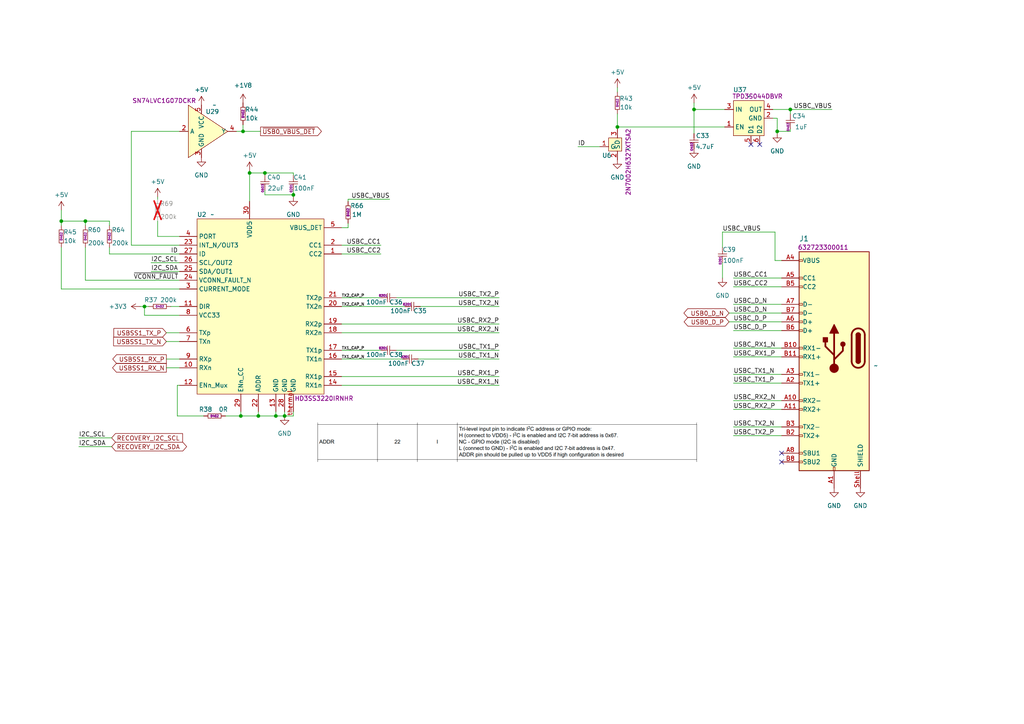
<source format=kicad_sch>
(kicad_sch (version 20230121) (generator eeschema)
  (paper "A4")
  (lib_symbols
    (symbol "antmicro_orin_baseboard:WE_632723300011_alt_symbol" (pin_names (offset 1.016))
      (property "Reference" "J" (at -10.16 29.21 0))
      (property "Value" "WE_632723300011_alt_symbol" (at -1.27 29.21 0))
      (symbol "WE_632723300011_alt_symbol_1_1"
        (rectangle (start -10.16 27.94) (end 10.16 -35.56) (stroke (width 0.254)) (fill (type background)))
        (arc (start -8.89 -3.81) (mid -6.985 -5.7067) (end -5.08 -3.81) (stroke (width 0.508)))
        (arc (start -7.62 -3.81) (mid -6.985 -4.4423) (end -6.35 -3.81) (stroke (width 0.254)))
        (arc (start -7.62 -3.81) (mid -6.985 -4.4423) (end -6.35 -3.81) (stroke (width 0.254)) (fill (type outline)))
        (rectangle (start -7.62 -3.81) (end -6.35 3.81) (stroke (width 0.254)) (fill (type outline)))
        (arc (start -6.35 3.81) (mid -6.985 4.4423) (end -7.62 3.81) (stroke (width 0.254)))
        (arc (start -6.35 3.81) (mid -6.985 4.4423) (end -7.62 3.81) (stroke (width 0.254)) (fill (type outline)))
        (arc (start -5.08 3.81) (mid -6.985 5.7067) (end -8.89 3.81) (stroke (width 0.508)))
        (circle (center -2.54 1.143) (radius 0.635) (stroke (width 0.254)) (fill (type outline)))
        (rectangle (start -0.254 -35.56) (end 0.254 -34.544))
        (circle (center 0 -5.842) (radius 1.27) (fill (type outline)))
        (polyline (pts (xy -8.89 -3.81) (xy -8.89 3.81)) (stroke (width 0.508)))
        (polyline (pts (xy -5.08 3.81) (xy -5.08 -3.81)) (stroke (width 0.508)))
        (polyline (pts (xy 0 -5.842) (xy 0 4.318)) (stroke (width 0.508)))
        (polyline (pts (xy 0 -3.302) (xy -2.54 -0.762) (xy -2.54 0.508)) (stroke (width 0.508)))
        (polyline (pts (xy 0 -2.032) (xy 2.54 0.508) (xy 2.54 1.778)) (stroke (width 0.508)))
        (polyline (pts (xy -1.27 4.318) (xy 0 6.858) (xy 1.27 4.318) (xy -1.27 4.318)) (stroke (width 0.254)) (fill (type outline)))
        (rectangle (start 1.905 1.778) (end 3.175 3.048) (stroke (width 0.254)) (fill (type outline)))
        (rectangle (start 10.16 -32.766) (end 9.144 -33.274))
        (rectangle (start 10.16 -30.226) (end 9.144 -30.734))
        (rectangle (start 10.16 -25.146) (end 9.144 -25.654))
        (rectangle (start 10.16 -22.606) (end 9.144 -23.114))
        (rectangle (start 10.16 -17.526) (end 9.144 -18.034))
        (rectangle (start 10.16 -14.986) (end 9.144 -15.494))
        (rectangle (start 10.16 -9.906) (end 9.144 -10.414))
        (rectangle (start 10.16 -7.366) (end 9.144 -7.874))
        (rectangle (start 10.16 -2.286) (end 9.144 -2.794))
        (rectangle (start 10.16 0.254) (end 9.144 -0.254))
        (rectangle (start 10.16 5.334) (end 9.144 4.826))
        (rectangle (start 10.16 7.874) (end 9.144 7.366))
        (rectangle (start 10.16 10.414) (end 9.144 9.906))
        (rectangle (start 10.16 12.954) (end 9.144 12.446))
        (rectangle (start 10.16 18.034) (end 9.144 17.526))
        (rectangle (start 10.16 20.574) (end 9.144 20.066))
        (rectangle (start 10.16 25.654) (end 9.144 25.146))
        (pin passive line (at 0 -40.64 90) (length 5.08) (name "GND") (number "A1"))
        (pin bidirectional line (at 15.24 -15.24 180) (length 5.08) (name "RX2-") (number "A10"))
        (pin bidirectional line (at 15.24 -17.78 180) (length 5.08) (name "RX2+") (number "A11"))
        (pin passive line (at 0 -40.64 90) (length 5.08) hide (name "GND") (number "A12"))
        (pin bidirectional line (at 15.24 -10.16 180) (length 5.08) (name "TX1+") (number "A2"))
        (pin bidirectional line (at 15.24 -7.62 180) (length 5.08) (name "TX1-") (number "A3"))
        (pin passive line (at 15.24 25.4 180) (length 5.08) (name "VBUS") (number "A4"))
        (pin bidirectional line (at 15.24 20.32 180) (length 5.08) (name "CC1") (number "A5"))
        (pin bidirectional line (at 15.24 7.62 180) (length 5.08) (name "D+") (number "A6"))
        (pin bidirectional line (at 15.24 12.7 180) (length 5.08) (name "D-") (number "A7"))
        (pin bidirectional line (at 15.24 -30.48 180) (length 5.08) (name "SBU1") (number "A8"))
        (pin passive line (at 15.24 25.4 180) (length 5.08) hide (name "VBUS") (number "A9"))
        (pin passive line (at 0 -40.64 90) (length 5.08) hide (name "GND") (number "B1"))
        (pin bidirectional line (at 15.24 0 180) (length 5.08) (name "RX1-") (number "B10"))
        (pin bidirectional line (at 15.24 -2.54 180) (length 5.08) (name "RX1+") (number "B11"))
        (pin passive line (at 0 -40.64 90) (length 5.08) hide (name "GND") (number "B12"))
        (pin bidirectional line (at 15.24 -25.4 180) (length 5.08) (name "TX2+") (number "B2"))
        (pin bidirectional line (at 15.24 -22.86 180) (length 5.08) (name "TX2-") (number "B3"))
        (pin passive line (at 15.24 25.4 180) (length 5.08) hide (name "VBUS") (number "B4"))
        (pin bidirectional line (at 15.24 17.78 180) (length 5.08) (name "CC2") (number "B5"))
        (pin bidirectional line (at 15.24 5.08 180) (length 5.08) (name "D+") (number "B6"))
        (pin bidirectional line (at 15.24 10.16 180) (length 5.08) (name "D-") (number "B7"))
        (pin bidirectional line (at 15.24 -33.02 180) (length 5.08) (name "SBU2") (number "B8"))
        (pin passive line (at 15.24 25.4 180) (length 5.08) hide (name "VBUS") (number "B9"))
        (pin passive line (at -7.62 -40.64 90) (length 5.08) (name "SHIELD") (number "Shell"))
      )
    )
    (symbol "power:+1V8" (power) (pin_names (offset 0))
      (property "Value" "+1V8" (at 0 3.556 0))
      (symbol "+1V8_0_1"
        (polyline (pts (xy -0.762 1.27) (xy 0 2.54)))
        (polyline (pts (xy 0 0) (xy 0 2.54)))
        (polyline (pts (xy 0 2.54) (xy 0.762 1.27)))
      )
      (symbol "+1V8_1_1"
        (pin power_in line (at 0 0 90) (length 0) hide (name "+1V8") (number "1"))
      )
    )
    (symbol "power:+3V3" (power) (pin_names (offset 0))
      (property "Value" "+3V3" (at 0 3.556 0))
      (symbol "+3V3_0_1"
        (polyline (pts (xy -0.762 1.27) (xy 0 2.54)))
        (polyline (pts (xy 0 0) (xy 0 2.54)))
        (polyline (pts (xy 0 2.54) (xy 0.762 1.27)))
      )
      (symbol "+3V3_1_1"
        (pin power_in line (at 0 0 90) (length 0) hide (name "+3V3") (number "1"))
      )
    )
    (symbol "power:+5V" (power) (pin_names (offset 0))
      (property "Value" "+5V" (at 0 3.556 0))
      (symbol "+5V_0_1"
        (polyline (pts (xy -0.762 1.27) (xy 0 2.54)))
        (polyline (pts (xy 0 0) (xy 0 2.54)))
        (polyline (pts (xy 0 2.54) (xy 0.762 1.27)))
      )
      (symbol "+5V_1_1"
        (pin power_in line (at 0 0 90) (length 0) hide (name "+5V") (number "1"))
      )
    )
    (symbol "power:GND" (power) (pin_names (offset 0))
      (property "Value" "GND" (at 0 -3.81 0))
      (symbol "GND_0_1"
        (polyline (pts (xy 0 0) (xy 0 -1.27) (xy 1.27 -1.27) (xy 0 -2.54) (xy -1.27 -1.27) (xy 0 -1.27)))
      )
      (symbol "GND_1_1"
        (pin power_in line (at 0 0 270) (length 0) hide (name "GND") (number "1"))
      )
    )
    (symbol "the_backrooms:2N7002"
      (property "Reference" "U" (at 0 0 0))
      (property "Value" "2N7002" (at 0 0 0))
      (symbol "2N7002_1_1"
        (rectangle (start 1.27 -2.54) (end 5.08 -6.35) (fill (type background)))
        (pin free line (at 7.62 -5.08 180) (length 2.54) (name "G") (number "1"))
        (pin free line (at 2.54 -8.89 90) (length 2.54) (name "S") (number "2"))
        (pin free line (at 2.54 0 270) (length 2.54) (name "D") (number "3"))
      )
    )
    (symbol "the_backrooms:HD3SS3220IRNHR"
      (property "Reference" "U" (at 0 0 0))
      (property "Value" "HD3SS3220IRNHR" (at 0 0 0))
      (symbol "HD3SS3220IRNHR_1_1"
        (rectangle (start 0 -2.54) (end 36.83 -53.34) (fill (type background)))
        (pin bidirectional line (at 41.91 -12.7 180) (length 5.08) (name "CC2") (number "1"))
        (pin bidirectional line (at -5.08 -45.72 0) (length 5.08) (name "RXn") (number "10"))
        (pin output line (at -5.08 -27.94 0) (length 5.08) (name "DIR") (number "11"))
        (pin input line (at -5.08 -50.8 0) (length 5.08) (name "ENn_Mux") (number "12"))
        (pin power_in line (at 22.86 -58.42 90) (length 5.08) (name "GND") (number "13"))
        (pin bidirectional line (at 41.91 -50.8 180) (length 5.08) (name "RX1n") (number "14"))
        (pin bidirectional line (at 41.91 -48.26 180) (length 5.08) (name "RX1p") (number "15"))
        (pin bidirectional line (at 41.91 -43.18 180) (length 5.08) (name "TX1n") (number "16"))
        (pin bidirectional line (at 41.91 -40.64 180) (length 5.08) (name "TX1p") (number "17"))
        (pin bidirectional line (at 41.91 -35.56 180) (length 5.08) (name "RX2n") (number "18"))
        (pin bidirectional line (at 41.91 -33.02 180) (length 5.08) (name "RX2p") (number "19"))
        (pin bidirectional line (at 41.91 -10.16 180) (length 5.08) (name "CC1") (number "2"))
        (pin bidirectional line (at 41.91 -27.94 180) (length 5.08) (name "TX2n") (number "20"))
        (pin bidirectional line (at 41.91 -25.4 180) (length 5.08) (name "TX2p") (number "21"))
        (pin input line (at 17.78 -58.42 90) (length 5.08) (name "ADDR") (number "22"))
        (pin output line (at -5.08 -10.16 0) (length 5.08) (name "INT_N/OUT3") (number "23"))
        (pin output line (at -5.08 -20.32 0) (length 5.08) (name "VCONN_FAULT_N") (number "24"))
        (pin bidirectional line (at -5.08 -17.78 0) (length 5.08) (name "SDA/OUT1") (number "25"))
        (pin output line (at -5.08 -15.24 0) (length 5.08) (name "SCL/OUT2") (number "26"))
        (pin output line (at -5.08 -12.7 0) (length 5.08) (name "ID") (number "27"))
        (pin power_in line (at 25.4 -58.42 90) (length 5.08) (name "GND") (number "28"))
        (pin input line (at 12.7 -58.42 90) (length 5.08) (name "ENn_CC") (number "29"))
        (pin input line (at -5.08 -22.86 0) (length 5.08) (name "CURRENT_MODE") (number "3"))
        (pin power_in line (at 15.24 2.54 270) (length 5.08) (name "VDD5") (number "30"))
        (pin input line (at -5.08 -7.62 0) (length 5.08) (name "PORT") (number "4"))
        (pin input line (at 41.91 -5.08 180) (length 5.08) (name "VBUS_DET") (number "5"))
        (pin bidirectional line (at -5.08 -35.56 0) (length 5.08) (name "TXp") (number "6"))
        (pin bidirectional line (at -5.08 -38.1 0) (length 5.08) (name "TXn") (number "7"))
        (pin power_in line (at -5.08 -30.48 0) (length 5.08) (name "VCC33") (number "8"))
        (pin bidirectional line (at -5.08 -43.18 0) (length 5.08) (name "RXp") (number "9"))
        (pin power_in line (at 27.94 -58.42 90) (length 5.08) (name "GND") (number "thermal"))
      )
    )
    (symbol "the_backrooms:SN74LVC1G07"
      (property "Reference" "U" (at 0 0 0))
      (symbol "SN74LVC1G07_1_1"
        (polyline (pts (xy -3.81 -7.62) (xy 3.81 -2.54) (xy 7.62 0) (xy 7.62 -15.24) (xy -3.81 -7.62)) (fill (type background)))
        (pin input line (at 10.16 -7.62 180) (length 2.54) (name "A") (number "2"))
        (pin power_in line (at 3.81 -15.24 90) (length 2.54) (name "GND") (number "3"))
        (pin output line (at -6.35 -7.62 0) (length 2.54) (name "Y") (number "4"))
        (pin power_in line (at 3.81 0 270) (length 2.54) (name "VCC") (number "5"))
      )
    )
    (symbol "the_backrooms:TPD3S044"
      (property "Reference" "U" (at 0 0 0))
      (property "Value" "TPD3S044" (at 0 0 0))
      (symbol "TPD3S044_1_1"
        (rectangle (start 2.54 0) (end 11.43 -10.16) (fill (type background)))
        (pin input line (at 0 -7.62 0) (length 2.54) (name "EN") (number "1"))
        (pin power_in line (at 13.97 -5.08 180) (length 2.54) (name "GND") (number "2"))
        (pin power_in line (at 0 -2.54 0) (length 2.54) (name "IN") (number "3"))
        (pin power_out line (at 13.97 -2.54 180) (length 2.54) (name "OUT") (number "4"))
        (pin free line (at 7.62 -12.7 90) (length 2.54) (name "D1") (number "5"))
        (pin free line (at 10.16 -12.7 90) (length 2.54) (name "D2") (number "6"))
      )
    )
    (symbol "the_backrooms:cap_0201"
      (property "Reference" "C" (at -0.635 0 0))
      (property "Package/Case" "0201" (at -1.27 1.27 0))
      (symbol "cap_0201_0_1"
        (polyline (pts (xy 1.905 0) (xy 1.905 -1.27)))
        (polyline (pts (xy 2.54 1.27) (xy 2.54 -1.27)))
        (polyline (pts (xy 3.175 0) (xy 2.54 0)))
        (polyline (pts (xy 1.27 0) (xy 1.905 0) (xy 1.905 1.27)))
      )
      (symbol "cap_0201_1_1"
        (pin free line (at 0 0 0) (length 1.27) (name "") (number "1"))
        (pin free line (at 4.445 0 180) (length 1.27) (name "") (number "2"))
      )
    )
    (symbol "the_backrooms:cap_0402"
      (property "Reference" "C" (at -0.635 0 0))
      (property "Package/Case" "0402" (at -1.27 1.27 0))
      (symbol "cap_0402_0_1"
        (polyline (pts (xy 1.905 0) (xy 1.905 -1.27)))
        (polyline (pts (xy 2.54 1.27) (xy 2.54 -1.27)))
        (polyline (pts (xy 3.175 0) (xy 2.54 0)))
        (polyline (pts (xy 1.27 0) (xy 1.905 0) (xy 1.905 1.27)))
      )
      (symbol "cap_0402_1_1"
        (pin free line (at 0 0 0) (length 1.27) (name "") (number "1"))
        (pin free line (at 4.445 0 180) (length 1.27) (name "") (number "2"))
      )
    )
    (symbol "the_backrooms:cap_0603"
      (property "Reference" "C" (at 0 0 0))
      (property "Package/Case" "0603" (at 0 0 0))
      (symbol "cap_0603_0_1"
        (polyline (pts (xy 1.905 0) (xy 1.905 -1.27)))
        (polyline (pts (xy 2.54 1.27) (xy 2.54 -1.27)))
        (polyline (pts (xy 3.175 0) (xy 2.54 0)))
        (polyline (pts (xy 1.27 0) (xy 1.905 0) (xy 1.905 1.27)))
      )
      (symbol "cap_0603_1_1"
        (pin free line (at 0 0 0) (length 1.27) (name "") (number "1"))
        (pin free line (at 4.445 0 180) (length 1.27) (name "") (number "2"))
      )
    )
    (symbol "the_backrooms:res_0402"
      (property "Reference" "R" (at 3.175 -1.905 0))
      (property "Package/Case" "0402" (at -3.175 1.905 0))
      (symbol "res_0402_0_1"
        (rectangle (start 1.27 0.635) (end 5.08 -0.635))
      )
      (symbol "res_0402_1_1"
        (pin free line (at 0 0 0) (length 1.27) (name "") (number "1"))
        (pin free line (at 6.35 0 180) (length 1.27) (name "") (number "2"))
      )
    )
  )
  (junction (at 74.93 120.65))
  (junction (at 179.07 36.83))
  (junction (at 201.295 31.75))
  (junction (at 225.425 38.1))
  (junction (at 70.485 38.1))
  (junction (at 82.55 120.65))
  (junction (at 72.39 50.165))
  (junction (at 85.09 56.515))
  (junction (at 69.85 120.65))
  (junction (at 76.835 50.165))
  (junction (at 41.91 88.9))
  (junction (at 24.765 64.135))
  (junction (at 229.235 31.75))
  (junction (at 17.78 64.135))
  (junction (at 80.01 120.65))
  (no_connect (at 217.805 41.91))
  (no_connect (at 226.695 131.445))
  (no_connect (at 220.345 41.91))
  (no_connect (at 226.695 133.985))
  (wire (pts (xy 22.86 127) (xy 32.385 127)))
  (wire (pts (xy 224.79 67.31) (xy 224.79 75.565)))
  (wire (pts (xy 48.26 104.14) (xy 52.07 104.14)))
  (wire (pts (xy 45.72 68.58) (xy 52.07 68.58)))
  (wire (pts (xy 99.06 66.04) (xy 100.965 66.04)))
  (wire (pts (xy 85.09 119.38) (xy 85.09 120.65)))
  (wire (pts (xy 99.06 93.98) (xy 144.78 93.98)))
  (wire (pts (xy 17.78 71.755) (xy 17.78 83.82)))
  (wire (pts (xy 179.07 37.465) (xy 179.07 36.83)))
  (wire (pts (xy 144.78 111.76) (xy 99.06 111.76)))
  (wire (pts (xy 65.405 120.65) (xy 69.85 120.65)))
  (wire (pts (xy 212.725 123.825) (xy 226.695 123.825)))
  (wire (pts (xy 224.79 75.565) (xy 226.695 75.565)))
  (wire (pts (xy 24.765 65.405) (xy 24.765 64.135)))
  (wire (pts (xy 99.06 104.14) (xy 116.84 104.14)))
  (wire (pts (xy 201.295 31.75) (xy 201.295 38.735)))
  (wire (pts (xy 211.455 90.805) (xy 226.695 90.805)))
  (wire (pts (xy 179.07 25.4) (xy 179.07 26.67)))
  (wire (pts (xy 17.78 83.82) (xy 52.07 83.82)))
  (wire (pts (xy 85.09 120.65) (xy 82.55 120.65)))
  (wire (pts (xy 70.485 36.195) (xy 70.485 38.1)))
  (wire (pts (xy 43.815 76.2) (xy 52.07 76.2)))
  (wire (pts (xy 48.26 106.68) (xy 52.07 106.68)))
  (wire (pts (xy 82.55 120.65) (xy 82.55 119.38)))
  (wire (pts (xy 114.935 86.36) (xy 144.78 86.36)))
  (wire (pts (xy 51.435 111.76) (xy 51.435 120.65)))
  (wire (pts (xy 229.235 31.75) (xy 229.235 33.02)))
  (wire (pts (xy 51.435 120.65) (xy 59.055 120.65)))
  (wire (pts (xy 201.295 29.845) (xy 201.295 31.75)))
  (wire (pts (xy 212.725 95.885) (xy 226.695 95.885)))
  (wire (pts (xy 24.765 81.28) (xy 24.765 71.755)))
  (wire (pts (xy 70.485 38.1) (xy 75.565 38.1)))
  (wire (pts (xy 229.235 31.75) (xy 241.3 31.75)))
  (wire (pts (xy 212.725 116.205) (xy 226.695 116.205)))
  (wire (pts (xy 144.78 109.22) (xy 99.06 109.22)))
  (wire (pts (xy 99.06 73.66) (xy 110.49 73.66)))
  (wire (pts (xy 17.78 64.135) (xy 17.78 65.405)))
  (wire (pts (xy 41.91 91.44) (xy 41.91 88.9)))
  (wire (pts (xy 179.07 36.83) (xy 210.185 36.83)))
  (wire (pts (xy 52.07 91.44) (xy 41.91 91.44)))
  (wire (pts (xy 224.155 34.29) (xy 225.425 34.29)))
  (wire (pts (xy 212.725 80.645) (xy 226.695 80.645)))
  (wire (pts (xy 17.78 60.96) (xy 17.78 64.135)))
  (wire (pts (xy 69.85 119.38) (xy 69.85 120.65)))
  (wire (pts (xy 52.07 71.12) (xy 38.1 71.12)))
  (wire (pts (xy 100.965 57.785) (xy 100.965 58.42)))
  (wire (pts (xy 68.58 38.1) (xy 70.485 38.1)))
  (wire (pts (xy 225.425 34.29) (xy 225.425 38.1)))
  (wire (pts (xy 69.85 120.65) (xy 74.93 120.65)))
  (wire (pts (xy 99.06 88.9) (xy 117.475 88.9)))
  (wire (pts (xy 38.1 38.1) (xy 52.07 38.1)))
  (wire (pts (xy 99.06 96.52) (xy 144.78 96.52)))
  (wire (pts (xy 45.72 57.15) (xy 45.72 57.785)))
  (wire (pts (xy 212.725 126.365) (xy 226.695 126.365)))
  (wire (pts (xy 48.26 99.06) (xy 52.07 99.06)))
  (wire (pts (xy 209.55 67.31) (xy 224.79 67.31)))
  (wire (pts (xy 224.155 31.75) (xy 229.235 31.75)))
  (wire (pts (xy 209.55 76.2) (xy 209.55 80.645)))
  (wire (pts (xy 209.55 67.31) (xy 209.55 71.755)))
  (wire (pts (xy 45.72 64.135) (xy 45.72 68.58)))
  (wire (pts (xy 229.235 38.1) (xy 229.235 37.465)))
  (wire (pts (xy 76.835 50.165) (xy 85.09 50.165)))
  (wire (pts (xy 38.1 38.1) (xy 38.1 71.12)))
  (wire (pts (xy 212.725 100.965) (xy 226.695 100.965)))
  (wire (pts (xy 80.01 119.38) (xy 80.01 120.65)))
  (wire (pts (xy 100.965 57.785) (xy 113.03 57.785)))
  (wire (pts (xy 212.725 88.265) (xy 226.695 88.265)))
  (wire (pts (xy 72.39 50.165) (xy 72.39 58.42)))
  (wire (pts (xy 212.725 103.505) (xy 226.695 103.505)))
  (wire (pts (xy 24.765 64.135) (xy 31.75 64.135)))
  (wire (pts (xy 24.765 81.28) (xy 52.07 81.28)))
  (wire (pts (xy 43.815 78.74) (xy 52.07 78.74)))
  (wire (pts (xy 114.935 101.6) (xy 144.78 101.6)))
  (wire (pts (xy 226.695 83.185) (xy 212.725 83.185)))
  (wire (pts (xy 121.285 104.14) (xy 144.78 104.14)))
  (wire (pts (xy 211.455 93.345) (xy 226.695 93.345)))
  (wire (pts (xy 74.93 119.38) (xy 74.93 120.65)))
  (wire (pts (xy 49.53 88.9) (xy 52.07 88.9)))
  (wire (pts (xy 72.39 49.53) (xy 72.39 50.165)))
  (wire (pts (xy 225.425 38.1) (xy 229.235 38.1)))
  (wire (pts (xy 212.725 108.585) (xy 226.695 108.585)))
  (wire (pts (xy 31.75 73.66) (xy 31.75 71.755)))
  (wire (pts (xy 212.725 118.745) (xy 226.695 118.745)))
  (wire (pts (xy 212.725 111.125) (xy 226.695 111.125)))
  (wire (pts (xy 100.965 64.77) (xy 100.965 66.04)))
  (wire (pts (xy 201.295 31.75) (xy 210.185 31.75)))
  (wire (pts (xy 31.75 64.135) (xy 31.75 65.405)))
  (wire (pts (xy 99.06 101.6) (xy 110.49 101.6)))
  (wire (pts (xy 179.07 33.02) (xy 179.07 36.83)))
  (wire (pts (xy 76.835 56.515) (xy 85.09 56.515)))
  (wire (pts (xy 85.09 50.8) (xy 85.09 50.165)))
  (wire (pts (xy 76.835 50.165) (xy 76.835 50.8)))
  (wire (pts (xy 52.07 111.76) (xy 51.435 111.76)))
  (wire (pts (xy 121.92 88.9) (xy 144.78 88.9)))
  (wire (pts (xy 22.86 129.54) (xy 32.385 129.54)))
  (wire (pts (xy 85.09 56.515) (xy 85.09 57.15)))
  (wire (pts (xy 72.39 50.165) (xy 76.835 50.165)))
  (wire (pts (xy 74.93 120.65) (xy 80.01 120.65)))
  (wire (pts (xy 225.425 38.1) (xy 225.425 38.735)))
  (wire (pts (xy 24.765 64.135) (xy 17.78 64.135)))
  (wire (pts (xy 48.26 96.52) (xy 52.07 96.52)))
  (wire (pts (xy 41.91 88.9) (xy 43.18 88.9)))
  (wire (pts (xy 40.64 88.9) (xy 41.91 88.9)))
  (wire (pts (xy 85.09 55.245) (xy 85.09 56.515)))
  (wire (pts (xy 99.06 86.36) (xy 110.49 86.36)))
  (wire (pts (xy 76.835 55.245) (xy 76.835 56.515)))
  (wire (pts (xy 31.75 73.66) (xy 52.07 73.66)))
  (wire (pts (xy 99.06 71.12) (xy 110.49 71.12)))
  (wire (pts (xy 80.01 120.65) (xy 82.55 120.65)))
  (wire (pts (xy 167.64 42.545) (xy 173.99 42.545)))
  (image (at 147.32 128.27))
  (label "USBC_RX2_P" (at 212.725 118.745 0))
  (label "USBC_RX2_N" (at 212.725 116.205 0))
  (label "~{VCONN_FAULT}" (at 38.735 81.28 0))
  (label "USBC_TX2_P" (at 144.78 86.36 180))
  (label "USBC_RX1_N" (at 212.725 100.965 0))
  (label "USBC_VBUS" (at 209.55 67.31 0))
  (label "USBC_VBUS" (at 113.03 57.785 180))
  (label "USBC_TX2_N" (at 144.78 88.9 180))
  (label "USBC_TX2_P" (at 212.725 126.365 0))
  (label "I2C_SCL" (at 22.86 127 0))
  (label "USBC_TX1_N" (at 144.78 104.14 180))
  (label "USBC_TX1_N" (at 212.725 108.585 0))
  (label "I2C_SDA" (at 22.86 129.54 0))
  (label "I2C_SCL" (at 43.815 76.2 0))
  (label "USBC_RX2_P" (at 144.78 93.98 180))
  (label "USBC_RX1_N" (at 144.78 111.76 180))
  (label "ID" (at 167.64 42.545 0))
  (label "TX2_CAP_P" (at 99.06 86.36 0) (effects (font (size 0.8 0.8))))
  (label "USBC_D_P" (at 212.725 93.345 0))
  (label "USBC_VBUS" (at 241.3 31.75 180))
  (label "TX1_CAP_N" (at 99.06 104.14 0) (effects (font (size 0.8 0.8))))
  (label "USBC_CC2" (at 212.725 83.185 0))
  (label "ID" (at 49.53 73.66 0))
  (label "USBC_TX2_N" (at 212.725 123.825 0))
  (label "USBC_RX1_P" (at 212.725 103.505 0))
  (label "USBC_D_N" (at 212.725 90.805 0))
  (label "USBC_CC1" (at 212.725 80.645 0))
  (label "USBC_TX1_P" (at 144.78 101.6 180))
  (label "TX2_CAP_N" (at 99.06 88.9 0) (effects (font (size 0.8 0.8))))
  (label "USBC_CC1" (at 110.49 71.12 180))
  (label "USBC_RX1_P" (at 144.78 109.22 180))
  (label "USBC_D_P" (at 212.725 95.885 0))
  (label "TX1_CAP_P" (at 99.06 101.6 0) (effects (font (size 0.8 0.8))))
  (label "I2C_SDA" (at 43.815 78.74 0))
  (label "USBC_D_N" (at 212.725 88.265 0))
  (label "USBC_RX2_N" (at 144.78 96.52 180))
  (label "USBC_TX1_P" (at 212.725 111.125 0))
  (label "USBC_CC2" (at 110.49 73.66 180))
  (global_label "~{USB0_VBUS_DET}" (shape output) (at 75.565 38.1 0) (property "Intersheetrefs" "${INTERSHEET_REFS}" (at 93.7107 38.1 0) (effects (justify left))))
  (global_label "RECOVERY_I2C_SCL" (shape input) (at 32.385 127 0) (property "Intersheetrefs" "${INTERSHEET_REFS}" (at 53.513 127 0) (effects (justify left))))
  (global_label "USB0_D_N" (shape bidirectional) (at 211.455 90.805 180) (property "Intersheetrefs" "${INTERSHEET_REFS}" (at 197.8033 90.805 0) (effects (justify right))))
  (global_label "USBSS1_TX_N" (shape input) (at 48.26 99.06 180) (property "Intersheetrefs" "${INTERSHEET_REFS}" (at 32.3935 99.06 0) (effects (justify right))))
  (global_label "RECOVERY_I2C_SDA" (shape bidirectional) (at 32.385 129.54 0) (property "Intersheetrefs" "${INTERSHEET_REFS}" (at 54.6848 129.54 0) (effects (justify left))))
  (global_label "USBSS1_RX_N" (shape output) (at 48.26 106.68 180) (property "Intersheetrefs" "${INTERSHEET_REFS}" (at 32.0911 106.68 0) (effects (justify right))))
  (global_label "USBSS1_TX_P" (shape input) (at 48.26 96.52 180) (property "Intersheetrefs" "${INTERSHEET_REFS}" (at 32.454 96.52 0) (effects (justify right))))
  (global_label "USB0_D_P" (shape bidirectional) (at 211.455 93.345 180) (property "Intersheetrefs" "${INTERSHEET_REFS}" (at 197.8638 93.345 0) (effects (justify right))))
  (global_label "USBSS1_RX_P" (shape output) (at 48.26 104.14 180) (property "Intersheetrefs" "${INTERSHEET_REFS}" (at 32.1516 104.14 0) (effects (justify right))))
  (symbol (lib_id "the_backrooms:res_0402") (at 179.07 33.02 90) (unit 1)
    (property "Reference" "R43" (at 181.61 28.575 90))
    (property "Value" "10k" (at 181.61 31.115 90))
    (property "Footprint" "the_backrooms:0402_res" (effects hide))
    (property "Package/Case" "0402" (at 179.07 29.845 0) (effects (font (size 0.635 0.635))))
    (property "Mfr. No." "MCS04020C1002FE000" (effects hide))
  )
  (symbol (lib_id "the_backrooms:cap_0201") (at 85.09 55.245 90) (unit 1)
    (property "Reference" "C41" (at 85.09 51.435 90) (effects (justify right)))
    (property "Value" "100nF" (at 88.265 54.61 90))
    (property "Footprint" "the_backrooms:cap_0201" (effects hide))
    (property "Package/Case" "0201" (at 84.455 53.34 0) (effects (font (size 0.635 0.635)) (justify right)))
    (property "Mfr. No." "GRM033R61E104KE14J" (effects hide))
  )
  (symbol (lib_id "the_backrooms:cap_0402") (at 229.235 37.465 270) (mirror x) (unit 1)
    (property "Reference" "C34" (at 233.68 33.655 90) (effects (justify right)))
    (property "Value" "1uF" (at 232.41 36.83 90))
    (property "Footprint" "the_backrooms:0402_cap" (effects hide))
    (property "Package/Case" "0402" (at 228.6 35.56 0) (effects (font (size 0.635 0.635)) (justify right)))
    (property "Mfr. No." "GRM155C81E105KE11D" (effects hide))
    (property "Voltage" "25V" (effects hide))
  )
  (symbol (lib_id "the_backrooms:2N7002") (at 181.61 37.465 0) (mirror y) (unit 1)
    (property "Reference" "U6" (at 174.625 45.085 0) (effects (justify right)))
    (property "Value" "~" (at 181.61 43.18 0) (effects (justify right)))
    (property "Footprint" "the_backrooms:2N7002" (effects hide))
    (property "Datasheet" "https://www.mouser.de/datasheet/2/196/Infineon_2N7002_DS_v02_04_en-3159979.pdf" (effects hide))
    (property "Mfr. No." "2N7002H6327XTSA2" (at 182.245 46.99 90))
    (property "Package/Case" "SOT-23-3" (effects hide))
    (property "Description" "MOSFET N-Ch 60V 300mA SOT-23-3" (effects hide))
  )
  (symbol (lib_id "power:GND") (at 85.09 57.15 0) (unit 1)
    (property "Reference" "#PWR079" (effects hide))
    (property "Value" "GND" (at 85.09 62.23 0))
  )
  (symbol (lib_id "the_backrooms:TPD3S044") (at 210.185 29.21 0) (unit 1)
    (property "Reference" "U37" (at 214.63 26.035 0))
    (property "Value" "~" (at 217.17 27.94 0))
    (property "Footprint" "the_backrooms:TPD3S044" (effects hide))
    (property "Datasheet" "https://www.ti.com/lit/ds/symlink/tpd3s044.pdf?HQS=dis-mous-null-mousermode-dsf-pf-null-wwe&ts=1689961727439&ref_url=https%253A%252F%252Fwww.mouser.de%252F" (effects hide))
    (property "Mfr. No." "TPD3S044DBVR" (at 219.71 27.94 0))
    (property "Package/Case" "SOT-23-6" (effects hide))
    (property "Description" "Current & Power Monitors & Regulators Current Limit Switch ESD Protect,USB Hos" (effects hide))
  )
  (symbol (lib_id "the_backrooms:cap_0201") (at 116.84 104.14 0) (mirror x) (unit 1)
    (property "Reference" "C37" (at 123.19 105.41 0) (effects (justify right)))
    (property "Value" "100nF" (at 115.57 105.41 0))
    (property "Footprint" "the_backrooms:cap_0201" (effects hide))
    (property "Package/Case" "0201" (at 118.745 103.505 0) (effects (font (size 0.635 0.635)) (justify right)))
    (property "Mfr. No." "GRM033R61E104KE14J" (effects hide))
  )
  (symbol (lib_id "the_backrooms:cap_0603") (at 76.835 55.245 90) (unit 1)
    (property "Reference" "C40" (at 77.47 51.435 90) (effects (justify right)))
    (property "Value" "22uF" (at 80.01 54.61 90))
    (property "Footprint" "the_backrooms:0603_cap" (effects hide))
    (property "Package/Case" "0603" (at 76.2 53.34 0) (effects (font (size 0.635 0.635)) (justify right)))
    (property "Mfr. No." "GRM188R61A226ME15D" (effects hide))
  )
  (symbol (lib_id "power:GND") (at 201.295 43.18 0) (unit 1)
    (property "Reference" "#PWR077" (effects hide))
    (property "Value" "GND" (at 201.295 48.26 0))
  )
  (symbol (lib_id "the_backrooms:cap_0201") (at 117.475 88.9 0) (mirror x) (unit 1)
    (property "Reference" "C35" (at 123.825 90.17 0) (effects (justify right)))
    (property "Value" "100nF" (at 116.205 90.17 0))
    (property "Footprint" "the_backrooms:cap_0201" (effects hide))
    (property "Package/Case" "0201" (at 119.38 88.265 0) (effects (font (size 0.635 0.635)) (justify right)))
    (property "Mfr. No." "GRM033R61E104KE14J" (effects hide))
  )
  (symbol (lib_id "power:+5V") (at 72.39 49.53 0) (unit 1)
    (property "Reference" "#PWR078" (effects hide))
    (property "Value" "+5V" (at 72.39 45.085 0))
  )
  (symbol (lib_id "power:GND") (at 58.42 45.72 0) (unit 1)
    (property "Reference" "#PWR0178" (effects hide))
    (property "Value" "GND" (at 58.42 50.8 0))
  )
  (symbol (lib_id "the_backrooms:res_0402") (at 100.965 64.77 90) (unit 1)
    (property "Reference" "R66" (at 101.6 59.69 90) (effects (justify right)))
    (property "Value" "1M" (at 103.505 62.23 90))
    (property "Footprint" "the_backrooms:0402_res" (effects hide))
    (property "Package/Case" "0402" (at 100.965 60.325 0) (effects (font (size 0.635 0.635)) (justify right)))
    (property "Mfr. No." "RT0402FRE07909RL" (effects hide))
    (property "Description" "900k 0402 62.5mW 1%" (effects hide))
  )
  (symbol (lib_id "power:+5V") (at 17.78 60.96 0) (unit 1)
    (property "Reference" "#PWR073" (effects hide))
    (property "Value" "+5V" (at 17.78 56.515 0))
  )
  (symbol (lib_id "power:+5V") (at 179.07 25.4 0) (unit 1)
    (property "Reference" "#PWR040" (effects hide))
    (property "Value" "+5V" (at 179.07 20.955 0))
  )
  (symbol (lib_id "the_backrooms:cap_0201") (at 209.55 76.2 90) (unit 1)
    (property "Reference" "C39" (at 209.55 72.39 90) (effects (justify right)))
    (property "Value" "100nF" (at 212.725 75.565 90))
    (property "Footprint" "the_backrooms:cap_0201" (effects hide))
    (property "Package/Case" "0201" (at 208.915 74.295 0) (effects (font (size 0.635 0.635)) (justify right)))
    (property "Mfr. No." "GRM033R61E104KE14J" (effects hide))
  )
  (symbol (lib_id "the_backrooms:res_0402") (at 45.72 64.135 90) (unit 1) (dnp yes)
    (property "Reference" "R69" (at 46.355 59.055 90) (effects (justify right)))
    (property "Value" "200k" (at 48.895 62.865 90))
    (property "Footprint" "the_backrooms:0402_res" (effects hide))
    (property "Package/Case" "0402" (at 45.72 59.69 0) (effects (font (size 0.635 0.635)) (justify right)))
    (property "Mfr. No." "RC0402FR-07200KL" (effects hide))
    (property "Description" "200k 0402 62.5mW 1%" (effects hide))
  )
  (symbol (lib_id "power:+5V") (at 201.295 29.845 0) (unit 1)
    (property "Reference" "#PWR076" (effects hide))
    (property "Value" "+5V" (at 201.295 25.4 0))
  )
  (symbol (lib_id "the_backrooms:res_0402") (at 70.485 36.195 90) (unit 1)
    (property "Reference" "R44" (at 73.025 31.75 90))
    (property "Value" "10k" (at 73.025 34.29 90))
    (property "Footprint" "the_backrooms:0402_res" (effects hide))
    (property "Package/Case" "0402" (at 70.485 33.02 0) (effects (font (size 0.635 0.635))))
    (property "Mfr. No." "MCS04020C1002FE000" (effects hide))
  )
  (symbol (lib_id "the_backrooms:cap_0201") (at 110.49 101.6 0) (mirror x) (unit 1)
    (property "Reference" "C38" (at 116.84 102.87 0) (effects (justify right)))
    (property "Value" "100nF" (at 109.22 102.87 0))
    (property "Footprint" "the_backrooms:cap_0201" (effects hide))
    (property "Package/Case" "0201" (at 112.395 100.965 0) (effects (font (size 0.635 0.635)) (justify right)))
    (property "Mfr. No." "GRM033R61E104KE14J" (effects hide))
  )
  (symbol (lib_id "the_backrooms:res_0402") (at 24.765 71.755 90) (unit 1)
    (property "Reference" "R60" (at 25.4 66.675 90) (effects (justify right)))
    (property "Value" "200k" (at 27.94 70.485 90))
    (property "Footprint" "the_backrooms:0402_res" (effects hide))
    (property "Package/Case" "0402" (at 24.765 67.31 0) (effects (font (size 0.635 0.635)) (justify right)))
    (property "Mfr. No." "RC0402FR-07200KL" (effects hide))
    (property "Description" "200k 0402 62.5mW 1%" (effects hide))
  )
  (symbol (lib_id "power:+5V") (at 58.42 30.48 0) (unit 1)
    (property "Reference" "#PWR0177" (effects hide))
    (property "Value" "+5V" (at 58.42 26.035 0))
  )
  (symbol (lib_id "the_backrooms:res_0402") (at 43.18 88.9 0) (unit 1)
    (property "Reference" "R37" (at 45.72 86.995 0) (effects (justify right)))
    (property "Value" "200k" (at 48.895 86.995 0))
    (property "Footprint" "the_backrooms:0402_res" (effects hide))
    (property "Package/Case" "0402" (at 47.625 88.9 0) (effects (font (size 0.635 0.635)) (justify right)))
    (property "Mfr. No." "RC0402FR-07200KL" (effects hide))
    (property "Description" "200k 0402 62.5mW 1%" (effects hide))
  )
  (symbol (lib_id "power:GND") (at 209.55 80.645 0) (unit 1)
    (property "Reference" "#PWR0184" (effects hide))
    (property "Value" "GND" (at 209.55 85.725 0))
  )
  (symbol (lib_id "power:GND") (at 241.935 141.605 0) (unit 1)
    (property "Reference" "#PWR0176" (effects hide))
    (property "Value" "GND" (at 241.935 146.685 0))
  )
  (symbol (lib_id "antmicro_orin_baseboard:WE_632723300011_alt_symbol") (at 241.935 100.965 0) (mirror y) (unit 1)
    (property "Reference" "J1" (at 231.775 69.215 0) (effects (font (size 1.524 1.524)) (justify right)))
    (property "Value" "~" (at 253.365 106.045 0) (effects (font (size 1.524 1.524)) (justify right)))
    (property "Footprint" "the_backrooms:WE_632723300011" (effects hide))
    (property "Datasheet" "https://www.we-online.com/components/products/datasheet/632723300011.pdf" (effects hide))
    (property "Manufacturer" "Wurth Elektronik" (effects hide))
    (property "MPN" "632723300011" (effects hide))
    (property "Mfr. No." "632723300011" (at 238.76 71.755 0))
    (property "Description" "USB Connectors WR-COM USB3.1 Type C SuperSpeed+ Rcpt" (effects hide))
  )
  (symbol (lib_id "the_backrooms:res_0402") (at 31.75 71.755 90) (unit 1)
    (property "Reference" "R64" (at 32.385 66.675 90) (effects (justify right)))
    (property "Value" "200k" (at 34.925 70.485 90))
    (property "Footprint" "the_backrooms:0402_res" (effects hide))
    (property "Package/Case" "0402" (at 31.75 67.31 0) (effects (font (size 0.635 0.635)) (justify right)))
    (property "Mfr. No." "RC0402FR-07200KL" (effects hide))
    (property "Description" "200k 0402 62.5mW 1%" (effects hide))
  )
  (symbol (lib_id "the_backrooms:HD3SS3220IRNHR") (at 57.15 60.96 0) (unit 1)
    (property "Reference" "U2" (at 57.15 62.23 0) (effects (justify left)))
    (property "Value" "~" (at 61.595 62.23 0))
    (property "Footprint" "the_backrooms:HD3SS3220IRNHR" (effects hide))
    (property "Datasheet" "https://www.ti.com/lit/ds/symlink/hd3ss3220.pdf?HQS=dis-mous-null-mousermode-dsf-pf-null-wwe&ts=1689961133283&ref_url=https%253A%252F%252Fwww.mouser.de%252F" (effects hide))
    (property "Mfr. No." "HD3SS3220IRNHR" (at 93.98 115.57 0))
    (property "Package/Case" "WQFN-30" (effects hide))
    (property "Description" "USB Interface IC 10-Gbps USB 3.1 Type-C 2:1 mux with DRP Controller 30-WQFN -40 to 85" (effects hide))
  )
  (symbol (lib_id "the_backrooms:res_0402") (at 59.055 120.65 0) (unit 1)
    (property "Reference" "R38" (at 61.595 118.745 0) (effects (justify right)))
    (property "Value" "0R" (at 64.77 118.745 0))
    (property "Footprint" "the_backrooms:0402_res" (effects hide))
    (property "Package/Case" "0402" (at 63.5 120.65 0) (effects (font (size 0.635 0.635)) (justify right)))
    (property "Mfr. No." "CR0402-J/-000GLF" (effects hide))
    (property "Description" "0R 0402" (effects hide))
  )
  (symbol (lib_id "power:+5V") (at 45.72 57.15 0) (unit 1)
    (property "Reference" "#PWR080" (effects hide))
    (property "Value" "+5V" (at 45.72 52.705 0))
  )
  (symbol (lib_id "power:GND") (at 225.425 38.735 0) (unit 1)
    (property "Reference" "#PWR075" (effects hide))
    (property "Value" "GND" (at 225.425 43.815 0))
  )
  (symbol (lib_id "power:GND") (at 179.07 46.355 0) (unit 1)
    (property "Reference" "#PWR072" (effects hide))
    (property "Value" "GND" (at 179.07 51.435 0))
  )
  (symbol (lib_id "power:GND") (at 249.555 141.605 0) (unit 1)
    (property "Reference" "#PWR0183" (effects hide))
    (property "Value" "GND" (at 249.555 146.685 0))
  )
  (symbol (lib_id "power:+3V3") (at 40.64 88.9 90) (unit 1)
    (property "Reference" "#PWR071" (effects hide))
    (property "Value" "+3V3" (at 36.83 88.9 90) (effects (justify left)))
  )
  (symbol (lib_id "power:GND") (at 82.55 120.65 0) (unit 1)
    (property "Reference" "#PWR070" (effects hide))
    (property "Value" "GND" (at 82.55 125.73 0))
  )
  (symbol (lib_id "the_backrooms:SN74LVC1G07") (at 62.23 30.48 0) (mirror y) (unit 1)
    (property "Reference" "U29" (at 61.595 32.385 0))
    (property "Value" "~" (at 62.23 30.48 0))
    (property "Footprint" "the_backrooms:SN74LVC1G07" (effects hide))
    (property "Datasheet" "https://www.ti.com/lit/ds/symlink/sn74lvc1g07.pdf?HQS=dis-mous-null-mousermode-dsf-pf-null-wwe&ts=1689568647483&ref_url=https%253A%252F%252Fwww.mouser.com%252F" (effects hide))
    (property "Mfr. No." "SN74LVC1G07DCKR" (at 47.625 29.21 0))
    (property "Package/Case" " SC70-5" (effects hide))
    (property "Description" "Buffers & Line Drivers Single w/ OD" (effects hide))
  )
  (symbol (lib_id "the_backrooms:res_0402") (at 17.78 71.755 90) (unit 1)
    (property "Reference" "R45" (at 20.32 67.31 90))
    (property "Value" "10k" (at 20.32 69.85 90))
    (property "Footprint" "the_backrooms:0402_res" (effects hide))
    (property "Package/Case" "0402" (at 17.78 68.58 0) (effects (font (size 0.635 0.635))))
    (property "Mfr. No." "MCS04020C1002FE000" (effects hide))
  )
  (symbol (lib_id "power:+1V8") (at 70.485 29.845 0) (unit 1)
    (property "Reference" "#PWR0179" (effects hide))
    (property "Value" "+1V8" (at 70.485 24.765 0))
  )
  (symbol (lib_id "the_backrooms:cap_0402") (at 201.295 43.18 270) (mirror x) (unit 1)
    (property "Reference" "C33" (at 205.74 39.37 90) (effects (justify right)))
    (property "Value" "4.7uF" (at 204.47 42.545 90))
    (property "Footprint" "the_backrooms:0402_cap" (effects hide))
    (property "Package/Case" "0402" (at 200.66 41.275 0) (effects (font (size 0.635 0.635)) (justify right)))
    (property "Mfr. No." "CL05A475KQ5NRNC" (effects hide))
    (property "Voltage" "6.3V" (effects hide))
  )
  (symbol (lib_id "the_backrooms:cap_0201") (at 110.49 86.36 0) (mirror x) (unit 1)
    (property "Reference" "C36" (at 116.84 87.63 0) (effects (justify right)))
    (property "Value" "100nF" (at 109.22 87.63 0))
    (property "Footprint" "the_backrooms:cap_0201" (effects hide))
    (property "Package/Case" "0201" (at 112.395 85.725 0) (effects (font (size 0.635 0.635)) (justify right)))
    (property "Mfr. No." "GRM033R61E104KE14J" (effects hide))
  )
)
</source>
